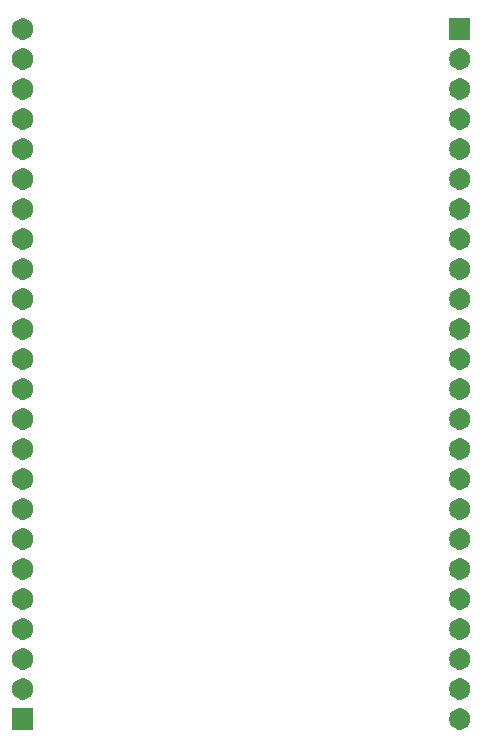
<source format=gbr>
G04 #@! TF.GenerationSoftware,KiCad,Pcbnew,(5.1.5)-3*
G04 #@! TF.CreationDate,2020-03-06T02:38:52-05:00*
G04 #@! TF.ProjectId,SingleBoard,53696e67-6c65-4426-9f61-72642e6b6963,rev?*
G04 #@! TF.SameCoordinates,Original*
G04 #@! TF.FileFunction,Soldermask,Bot*
G04 #@! TF.FilePolarity,Negative*
%FSLAX46Y46*%
G04 Gerber Fmt 4.6, Leading zero omitted, Abs format (unit mm)*
G04 Created by KiCad (PCBNEW (5.1.5)-3) date 2020-03-06 02:38:52*
%MOMM*%
%LPD*%
G04 APERTURE LIST*
%ADD10C,0.100000*%
G04 APERTURE END LIST*
D10*
G36*
X94901000Y-103321000D02*
G01*
X93099000Y-103321000D01*
X93099000Y-101519000D01*
X94901000Y-101519000D01*
X94901000Y-103321000D01*
G37*
G36*
X131113512Y-101523927D02*
G01*
X131262812Y-101553624D01*
X131426784Y-101621544D01*
X131574354Y-101720147D01*
X131699853Y-101845646D01*
X131798456Y-101993216D01*
X131866376Y-102157188D01*
X131901000Y-102331259D01*
X131901000Y-102508741D01*
X131866376Y-102682812D01*
X131798456Y-102846784D01*
X131699853Y-102994354D01*
X131574354Y-103119853D01*
X131426784Y-103218456D01*
X131262812Y-103286376D01*
X131113512Y-103316073D01*
X131088742Y-103321000D01*
X130911258Y-103321000D01*
X130886488Y-103316073D01*
X130737188Y-103286376D01*
X130573216Y-103218456D01*
X130425646Y-103119853D01*
X130300147Y-102994354D01*
X130201544Y-102846784D01*
X130133624Y-102682812D01*
X130099000Y-102508741D01*
X130099000Y-102331259D01*
X130133624Y-102157188D01*
X130201544Y-101993216D01*
X130300147Y-101845646D01*
X130425646Y-101720147D01*
X130573216Y-101621544D01*
X130737188Y-101553624D01*
X130886488Y-101523927D01*
X130911258Y-101519000D01*
X131088742Y-101519000D01*
X131113512Y-101523927D01*
G37*
G36*
X94113512Y-98983927D02*
G01*
X94262812Y-99013624D01*
X94426784Y-99081544D01*
X94574354Y-99180147D01*
X94699853Y-99305646D01*
X94798456Y-99453216D01*
X94866376Y-99617188D01*
X94901000Y-99791259D01*
X94901000Y-99968741D01*
X94866376Y-100142812D01*
X94798456Y-100306784D01*
X94699853Y-100454354D01*
X94574354Y-100579853D01*
X94426784Y-100678456D01*
X94262812Y-100746376D01*
X94113512Y-100776073D01*
X94088742Y-100781000D01*
X93911258Y-100781000D01*
X93886488Y-100776073D01*
X93737188Y-100746376D01*
X93573216Y-100678456D01*
X93425646Y-100579853D01*
X93300147Y-100454354D01*
X93201544Y-100306784D01*
X93133624Y-100142812D01*
X93099000Y-99968741D01*
X93099000Y-99791259D01*
X93133624Y-99617188D01*
X93201544Y-99453216D01*
X93300147Y-99305646D01*
X93425646Y-99180147D01*
X93573216Y-99081544D01*
X93737188Y-99013624D01*
X93886488Y-98983927D01*
X93911258Y-98979000D01*
X94088742Y-98979000D01*
X94113512Y-98983927D01*
G37*
G36*
X131113512Y-98983927D02*
G01*
X131262812Y-99013624D01*
X131426784Y-99081544D01*
X131574354Y-99180147D01*
X131699853Y-99305646D01*
X131798456Y-99453216D01*
X131866376Y-99617188D01*
X131901000Y-99791259D01*
X131901000Y-99968741D01*
X131866376Y-100142812D01*
X131798456Y-100306784D01*
X131699853Y-100454354D01*
X131574354Y-100579853D01*
X131426784Y-100678456D01*
X131262812Y-100746376D01*
X131113512Y-100776073D01*
X131088742Y-100781000D01*
X130911258Y-100781000D01*
X130886488Y-100776073D01*
X130737188Y-100746376D01*
X130573216Y-100678456D01*
X130425646Y-100579853D01*
X130300147Y-100454354D01*
X130201544Y-100306784D01*
X130133624Y-100142812D01*
X130099000Y-99968741D01*
X130099000Y-99791259D01*
X130133624Y-99617188D01*
X130201544Y-99453216D01*
X130300147Y-99305646D01*
X130425646Y-99180147D01*
X130573216Y-99081544D01*
X130737188Y-99013624D01*
X130886488Y-98983927D01*
X130911258Y-98979000D01*
X131088742Y-98979000D01*
X131113512Y-98983927D01*
G37*
G36*
X131113512Y-96443927D02*
G01*
X131262812Y-96473624D01*
X131426784Y-96541544D01*
X131574354Y-96640147D01*
X131699853Y-96765646D01*
X131798456Y-96913216D01*
X131866376Y-97077188D01*
X131901000Y-97251259D01*
X131901000Y-97428741D01*
X131866376Y-97602812D01*
X131798456Y-97766784D01*
X131699853Y-97914354D01*
X131574354Y-98039853D01*
X131426784Y-98138456D01*
X131262812Y-98206376D01*
X131113512Y-98236073D01*
X131088742Y-98241000D01*
X130911258Y-98241000D01*
X130886488Y-98236073D01*
X130737188Y-98206376D01*
X130573216Y-98138456D01*
X130425646Y-98039853D01*
X130300147Y-97914354D01*
X130201544Y-97766784D01*
X130133624Y-97602812D01*
X130099000Y-97428741D01*
X130099000Y-97251259D01*
X130133624Y-97077188D01*
X130201544Y-96913216D01*
X130300147Y-96765646D01*
X130425646Y-96640147D01*
X130573216Y-96541544D01*
X130737188Y-96473624D01*
X130886488Y-96443927D01*
X130911258Y-96439000D01*
X131088742Y-96439000D01*
X131113512Y-96443927D01*
G37*
G36*
X94113512Y-96443927D02*
G01*
X94262812Y-96473624D01*
X94426784Y-96541544D01*
X94574354Y-96640147D01*
X94699853Y-96765646D01*
X94798456Y-96913216D01*
X94866376Y-97077188D01*
X94901000Y-97251259D01*
X94901000Y-97428741D01*
X94866376Y-97602812D01*
X94798456Y-97766784D01*
X94699853Y-97914354D01*
X94574354Y-98039853D01*
X94426784Y-98138456D01*
X94262812Y-98206376D01*
X94113512Y-98236073D01*
X94088742Y-98241000D01*
X93911258Y-98241000D01*
X93886488Y-98236073D01*
X93737188Y-98206376D01*
X93573216Y-98138456D01*
X93425646Y-98039853D01*
X93300147Y-97914354D01*
X93201544Y-97766784D01*
X93133624Y-97602812D01*
X93099000Y-97428741D01*
X93099000Y-97251259D01*
X93133624Y-97077188D01*
X93201544Y-96913216D01*
X93300147Y-96765646D01*
X93425646Y-96640147D01*
X93573216Y-96541544D01*
X93737188Y-96473624D01*
X93886488Y-96443927D01*
X93911258Y-96439000D01*
X94088742Y-96439000D01*
X94113512Y-96443927D01*
G37*
G36*
X94113512Y-93903927D02*
G01*
X94262812Y-93933624D01*
X94426784Y-94001544D01*
X94574354Y-94100147D01*
X94699853Y-94225646D01*
X94798456Y-94373216D01*
X94866376Y-94537188D01*
X94901000Y-94711259D01*
X94901000Y-94888741D01*
X94866376Y-95062812D01*
X94798456Y-95226784D01*
X94699853Y-95374354D01*
X94574354Y-95499853D01*
X94426784Y-95598456D01*
X94262812Y-95666376D01*
X94113512Y-95696073D01*
X94088742Y-95701000D01*
X93911258Y-95701000D01*
X93886488Y-95696073D01*
X93737188Y-95666376D01*
X93573216Y-95598456D01*
X93425646Y-95499853D01*
X93300147Y-95374354D01*
X93201544Y-95226784D01*
X93133624Y-95062812D01*
X93099000Y-94888741D01*
X93099000Y-94711259D01*
X93133624Y-94537188D01*
X93201544Y-94373216D01*
X93300147Y-94225646D01*
X93425646Y-94100147D01*
X93573216Y-94001544D01*
X93737188Y-93933624D01*
X93886488Y-93903927D01*
X93911258Y-93899000D01*
X94088742Y-93899000D01*
X94113512Y-93903927D01*
G37*
G36*
X131113512Y-93903927D02*
G01*
X131262812Y-93933624D01*
X131426784Y-94001544D01*
X131574354Y-94100147D01*
X131699853Y-94225646D01*
X131798456Y-94373216D01*
X131866376Y-94537188D01*
X131901000Y-94711259D01*
X131901000Y-94888741D01*
X131866376Y-95062812D01*
X131798456Y-95226784D01*
X131699853Y-95374354D01*
X131574354Y-95499853D01*
X131426784Y-95598456D01*
X131262812Y-95666376D01*
X131113512Y-95696073D01*
X131088742Y-95701000D01*
X130911258Y-95701000D01*
X130886488Y-95696073D01*
X130737188Y-95666376D01*
X130573216Y-95598456D01*
X130425646Y-95499853D01*
X130300147Y-95374354D01*
X130201544Y-95226784D01*
X130133624Y-95062812D01*
X130099000Y-94888741D01*
X130099000Y-94711259D01*
X130133624Y-94537188D01*
X130201544Y-94373216D01*
X130300147Y-94225646D01*
X130425646Y-94100147D01*
X130573216Y-94001544D01*
X130737188Y-93933624D01*
X130886488Y-93903927D01*
X130911258Y-93899000D01*
X131088742Y-93899000D01*
X131113512Y-93903927D01*
G37*
G36*
X131113512Y-91363927D02*
G01*
X131262812Y-91393624D01*
X131426784Y-91461544D01*
X131574354Y-91560147D01*
X131699853Y-91685646D01*
X131798456Y-91833216D01*
X131866376Y-91997188D01*
X131901000Y-92171259D01*
X131901000Y-92348741D01*
X131866376Y-92522812D01*
X131798456Y-92686784D01*
X131699853Y-92834354D01*
X131574354Y-92959853D01*
X131426784Y-93058456D01*
X131262812Y-93126376D01*
X131113512Y-93156073D01*
X131088742Y-93161000D01*
X130911258Y-93161000D01*
X130886488Y-93156073D01*
X130737188Y-93126376D01*
X130573216Y-93058456D01*
X130425646Y-92959853D01*
X130300147Y-92834354D01*
X130201544Y-92686784D01*
X130133624Y-92522812D01*
X130099000Y-92348741D01*
X130099000Y-92171259D01*
X130133624Y-91997188D01*
X130201544Y-91833216D01*
X130300147Y-91685646D01*
X130425646Y-91560147D01*
X130573216Y-91461544D01*
X130737188Y-91393624D01*
X130886488Y-91363927D01*
X130911258Y-91359000D01*
X131088742Y-91359000D01*
X131113512Y-91363927D01*
G37*
G36*
X94113512Y-91363927D02*
G01*
X94262812Y-91393624D01*
X94426784Y-91461544D01*
X94574354Y-91560147D01*
X94699853Y-91685646D01*
X94798456Y-91833216D01*
X94866376Y-91997188D01*
X94901000Y-92171259D01*
X94901000Y-92348741D01*
X94866376Y-92522812D01*
X94798456Y-92686784D01*
X94699853Y-92834354D01*
X94574354Y-92959853D01*
X94426784Y-93058456D01*
X94262812Y-93126376D01*
X94113512Y-93156073D01*
X94088742Y-93161000D01*
X93911258Y-93161000D01*
X93886488Y-93156073D01*
X93737188Y-93126376D01*
X93573216Y-93058456D01*
X93425646Y-92959853D01*
X93300147Y-92834354D01*
X93201544Y-92686784D01*
X93133624Y-92522812D01*
X93099000Y-92348741D01*
X93099000Y-92171259D01*
X93133624Y-91997188D01*
X93201544Y-91833216D01*
X93300147Y-91685646D01*
X93425646Y-91560147D01*
X93573216Y-91461544D01*
X93737188Y-91393624D01*
X93886488Y-91363927D01*
X93911258Y-91359000D01*
X94088742Y-91359000D01*
X94113512Y-91363927D01*
G37*
G36*
X131113512Y-88823927D02*
G01*
X131262812Y-88853624D01*
X131426784Y-88921544D01*
X131574354Y-89020147D01*
X131699853Y-89145646D01*
X131798456Y-89293216D01*
X131866376Y-89457188D01*
X131901000Y-89631259D01*
X131901000Y-89808741D01*
X131866376Y-89982812D01*
X131798456Y-90146784D01*
X131699853Y-90294354D01*
X131574354Y-90419853D01*
X131426784Y-90518456D01*
X131262812Y-90586376D01*
X131113512Y-90616073D01*
X131088742Y-90621000D01*
X130911258Y-90621000D01*
X130886488Y-90616073D01*
X130737188Y-90586376D01*
X130573216Y-90518456D01*
X130425646Y-90419853D01*
X130300147Y-90294354D01*
X130201544Y-90146784D01*
X130133624Y-89982812D01*
X130099000Y-89808741D01*
X130099000Y-89631259D01*
X130133624Y-89457188D01*
X130201544Y-89293216D01*
X130300147Y-89145646D01*
X130425646Y-89020147D01*
X130573216Y-88921544D01*
X130737188Y-88853624D01*
X130886488Y-88823927D01*
X130911258Y-88819000D01*
X131088742Y-88819000D01*
X131113512Y-88823927D01*
G37*
G36*
X94113512Y-88823927D02*
G01*
X94262812Y-88853624D01*
X94426784Y-88921544D01*
X94574354Y-89020147D01*
X94699853Y-89145646D01*
X94798456Y-89293216D01*
X94866376Y-89457188D01*
X94901000Y-89631259D01*
X94901000Y-89808741D01*
X94866376Y-89982812D01*
X94798456Y-90146784D01*
X94699853Y-90294354D01*
X94574354Y-90419853D01*
X94426784Y-90518456D01*
X94262812Y-90586376D01*
X94113512Y-90616073D01*
X94088742Y-90621000D01*
X93911258Y-90621000D01*
X93886488Y-90616073D01*
X93737188Y-90586376D01*
X93573216Y-90518456D01*
X93425646Y-90419853D01*
X93300147Y-90294354D01*
X93201544Y-90146784D01*
X93133624Y-89982812D01*
X93099000Y-89808741D01*
X93099000Y-89631259D01*
X93133624Y-89457188D01*
X93201544Y-89293216D01*
X93300147Y-89145646D01*
X93425646Y-89020147D01*
X93573216Y-88921544D01*
X93737188Y-88853624D01*
X93886488Y-88823927D01*
X93911258Y-88819000D01*
X94088742Y-88819000D01*
X94113512Y-88823927D01*
G37*
G36*
X94113512Y-86283927D02*
G01*
X94262812Y-86313624D01*
X94426784Y-86381544D01*
X94574354Y-86480147D01*
X94699853Y-86605646D01*
X94798456Y-86753216D01*
X94866376Y-86917188D01*
X94901000Y-87091259D01*
X94901000Y-87268741D01*
X94866376Y-87442812D01*
X94798456Y-87606784D01*
X94699853Y-87754354D01*
X94574354Y-87879853D01*
X94426784Y-87978456D01*
X94262812Y-88046376D01*
X94113512Y-88076073D01*
X94088742Y-88081000D01*
X93911258Y-88081000D01*
X93886488Y-88076073D01*
X93737188Y-88046376D01*
X93573216Y-87978456D01*
X93425646Y-87879853D01*
X93300147Y-87754354D01*
X93201544Y-87606784D01*
X93133624Y-87442812D01*
X93099000Y-87268741D01*
X93099000Y-87091259D01*
X93133624Y-86917188D01*
X93201544Y-86753216D01*
X93300147Y-86605646D01*
X93425646Y-86480147D01*
X93573216Y-86381544D01*
X93737188Y-86313624D01*
X93886488Y-86283927D01*
X93911258Y-86279000D01*
X94088742Y-86279000D01*
X94113512Y-86283927D01*
G37*
G36*
X131113512Y-86283927D02*
G01*
X131262812Y-86313624D01*
X131426784Y-86381544D01*
X131574354Y-86480147D01*
X131699853Y-86605646D01*
X131798456Y-86753216D01*
X131866376Y-86917188D01*
X131901000Y-87091259D01*
X131901000Y-87268741D01*
X131866376Y-87442812D01*
X131798456Y-87606784D01*
X131699853Y-87754354D01*
X131574354Y-87879853D01*
X131426784Y-87978456D01*
X131262812Y-88046376D01*
X131113512Y-88076073D01*
X131088742Y-88081000D01*
X130911258Y-88081000D01*
X130886488Y-88076073D01*
X130737188Y-88046376D01*
X130573216Y-87978456D01*
X130425646Y-87879853D01*
X130300147Y-87754354D01*
X130201544Y-87606784D01*
X130133624Y-87442812D01*
X130099000Y-87268741D01*
X130099000Y-87091259D01*
X130133624Y-86917188D01*
X130201544Y-86753216D01*
X130300147Y-86605646D01*
X130425646Y-86480147D01*
X130573216Y-86381544D01*
X130737188Y-86313624D01*
X130886488Y-86283927D01*
X130911258Y-86279000D01*
X131088742Y-86279000D01*
X131113512Y-86283927D01*
G37*
G36*
X94113512Y-83743927D02*
G01*
X94262812Y-83773624D01*
X94426784Y-83841544D01*
X94574354Y-83940147D01*
X94699853Y-84065646D01*
X94798456Y-84213216D01*
X94866376Y-84377188D01*
X94901000Y-84551259D01*
X94901000Y-84728741D01*
X94866376Y-84902812D01*
X94798456Y-85066784D01*
X94699853Y-85214354D01*
X94574354Y-85339853D01*
X94426784Y-85438456D01*
X94262812Y-85506376D01*
X94113512Y-85536073D01*
X94088742Y-85541000D01*
X93911258Y-85541000D01*
X93886488Y-85536073D01*
X93737188Y-85506376D01*
X93573216Y-85438456D01*
X93425646Y-85339853D01*
X93300147Y-85214354D01*
X93201544Y-85066784D01*
X93133624Y-84902812D01*
X93099000Y-84728741D01*
X93099000Y-84551259D01*
X93133624Y-84377188D01*
X93201544Y-84213216D01*
X93300147Y-84065646D01*
X93425646Y-83940147D01*
X93573216Y-83841544D01*
X93737188Y-83773624D01*
X93886488Y-83743927D01*
X93911258Y-83739000D01*
X94088742Y-83739000D01*
X94113512Y-83743927D01*
G37*
G36*
X131113512Y-83743927D02*
G01*
X131262812Y-83773624D01*
X131426784Y-83841544D01*
X131574354Y-83940147D01*
X131699853Y-84065646D01*
X131798456Y-84213216D01*
X131866376Y-84377188D01*
X131901000Y-84551259D01*
X131901000Y-84728741D01*
X131866376Y-84902812D01*
X131798456Y-85066784D01*
X131699853Y-85214354D01*
X131574354Y-85339853D01*
X131426784Y-85438456D01*
X131262812Y-85506376D01*
X131113512Y-85536073D01*
X131088742Y-85541000D01*
X130911258Y-85541000D01*
X130886488Y-85536073D01*
X130737188Y-85506376D01*
X130573216Y-85438456D01*
X130425646Y-85339853D01*
X130300147Y-85214354D01*
X130201544Y-85066784D01*
X130133624Y-84902812D01*
X130099000Y-84728741D01*
X130099000Y-84551259D01*
X130133624Y-84377188D01*
X130201544Y-84213216D01*
X130300147Y-84065646D01*
X130425646Y-83940147D01*
X130573216Y-83841544D01*
X130737188Y-83773624D01*
X130886488Y-83743927D01*
X130911258Y-83739000D01*
X131088742Y-83739000D01*
X131113512Y-83743927D01*
G37*
G36*
X131113512Y-81203927D02*
G01*
X131262812Y-81233624D01*
X131426784Y-81301544D01*
X131574354Y-81400147D01*
X131699853Y-81525646D01*
X131798456Y-81673216D01*
X131866376Y-81837188D01*
X131901000Y-82011259D01*
X131901000Y-82188741D01*
X131866376Y-82362812D01*
X131798456Y-82526784D01*
X131699853Y-82674354D01*
X131574354Y-82799853D01*
X131426784Y-82898456D01*
X131262812Y-82966376D01*
X131113512Y-82996073D01*
X131088742Y-83001000D01*
X130911258Y-83001000D01*
X130886488Y-82996073D01*
X130737188Y-82966376D01*
X130573216Y-82898456D01*
X130425646Y-82799853D01*
X130300147Y-82674354D01*
X130201544Y-82526784D01*
X130133624Y-82362812D01*
X130099000Y-82188741D01*
X130099000Y-82011259D01*
X130133624Y-81837188D01*
X130201544Y-81673216D01*
X130300147Y-81525646D01*
X130425646Y-81400147D01*
X130573216Y-81301544D01*
X130737188Y-81233624D01*
X130886488Y-81203927D01*
X130911258Y-81199000D01*
X131088742Y-81199000D01*
X131113512Y-81203927D01*
G37*
G36*
X94113512Y-81203927D02*
G01*
X94262812Y-81233624D01*
X94426784Y-81301544D01*
X94574354Y-81400147D01*
X94699853Y-81525646D01*
X94798456Y-81673216D01*
X94866376Y-81837188D01*
X94901000Y-82011259D01*
X94901000Y-82188741D01*
X94866376Y-82362812D01*
X94798456Y-82526784D01*
X94699853Y-82674354D01*
X94574354Y-82799853D01*
X94426784Y-82898456D01*
X94262812Y-82966376D01*
X94113512Y-82996073D01*
X94088742Y-83001000D01*
X93911258Y-83001000D01*
X93886488Y-82996073D01*
X93737188Y-82966376D01*
X93573216Y-82898456D01*
X93425646Y-82799853D01*
X93300147Y-82674354D01*
X93201544Y-82526784D01*
X93133624Y-82362812D01*
X93099000Y-82188741D01*
X93099000Y-82011259D01*
X93133624Y-81837188D01*
X93201544Y-81673216D01*
X93300147Y-81525646D01*
X93425646Y-81400147D01*
X93573216Y-81301544D01*
X93737188Y-81233624D01*
X93886488Y-81203927D01*
X93911258Y-81199000D01*
X94088742Y-81199000D01*
X94113512Y-81203927D01*
G37*
G36*
X131113512Y-78663927D02*
G01*
X131262812Y-78693624D01*
X131426784Y-78761544D01*
X131574354Y-78860147D01*
X131699853Y-78985646D01*
X131798456Y-79133216D01*
X131866376Y-79297188D01*
X131901000Y-79471259D01*
X131901000Y-79648741D01*
X131866376Y-79822812D01*
X131798456Y-79986784D01*
X131699853Y-80134354D01*
X131574354Y-80259853D01*
X131426784Y-80358456D01*
X131262812Y-80426376D01*
X131113512Y-80456073D01*
X131088742Y-80461000D01*
X130911258Y-80461000D01*
X130886488Y-80456073D01*
X130737188Y-80426376D01*
X130573216Y-80358456D01*
X130425646Y-80259853D01*
X130300147Y-80134354D01*
X130201544Y-79986784D01*
X130133624Y-79822812D01*
X130099000Y-79648741D01*
X130099000Y-79471259D01*
X130133624Y-79297188D01*
X130201544Y-79133216D01*
X130300147Y-78985646D01*
X130425646Y-78860147D01*
X130573216Y-78761544D01*
X130737188Y-78693624D01*
X130886488Y-78663927D01*
X130911258Y-78659000D01*
X131088742Y-78659000D01*
X131113512Y-78663927D01*
G37*
G36*
X94113512Y-78663927D02*
G01*
X94262812Y-78693624D01*
X94426784Y-78761544D01*
X94574354Y-78860147D01*
X94699853Y-78985646D01*
X94798456Y-79133216D01*
X94866376Y-79297188D01*
X94901000Y-79471259D01*
X94901000Y-79648741D01*
X94866376Y-79822812D01*
X94798456Y-79986784D01*
X94699853Y-80134354D01*
X94574354Y-80259853D01*
X94426784Y-80358456D01*
X94262812Y-80426376D01*
X94113512Y-80456073D01*
X94088742Y-80461000D01*
X93911258Y-80461000D01*
X93886488Y-80456073D01*
X93737188Y-80426376D01*
X93573216Y-80358456D01*
X93425646Y-80259853D01*
X93300147Y-80134354D01*
X93201544Y-79986784D01*
X93133624Y-79822812D01*
X93099000Y-79648741D01*
X93099000Y-79471259D01*
X93133624Y-79297188D01*
X93201544Y-79133216D01*
X93300147Y-78985646D01*
X93425646Y-78860147D01*
X93573216Y-78761544D01*
X93737188Y-78693624D01*
X93886488Y-78663927D01*
X93911258Y-78659000D01*
X94088742Y-78659000D01*
X94113512Y-78663927D01*
G37*
G36*
X131113512Y-76123927D02*
G01*
X131262812Y-76153624D01*
X131426784Y-76221544D01*
X131574354Y-76320147D01*
X131699853Y-76445646D01*
X131798456Y-76593216D01*
X131866376Y-76757188D01*
X131901000Y-76931259D01*
X131901000Y-77108741D01*
X131866376Y-77282812D01*
X131798456Y-77446784D01*
X131699853Y-77594354D01*
X131574354Y-77719853D01*
X131426784Y-77818456D01*
X131262812Y-77886376D01*
X131113512Y-77916073D01*
X131088742Y-77921000D01*
X130911258Y-77921000D01*
X130886488Y-77916073D01*
X130737188Y-77886376D01*
X130573216Y-77818456D01*
X130425646Y-77719853D01*
X130300147Y-77594354D01*
X130201544Y-77446784D01*
X130133624Y-77282812D01*
X130099000Y-77108741D01*
X130099000Y-76931259D01*
X130133624Y-76757188D01*
X130201544Y-76593216D01*
X130300147Y-76445646D01*
X130425646Y-76320147D01*
X130573216Y-76221544D01*
X130737188Y-76153624D01*
X130886488Y-76123927D01*
X130911258Y-76119000D01*
X131088742Y-76119000D01*
X131113512Y-76123927D01*
G37*
G36*
X94113512Y-76123927D02*
G01*
X94262812Y-76153624D01*
X94426784Y-76221544D01*
X94574354Y-76320147D01*
X94699853Y-76445646D01*
X94798456Y-76593216D01*
X94866376Y-76757188D01*
X94901000Y-76931259D01*
X94901000Y-77108741D01*
X94866376Y-77282812D01*
X94798456Y-77446784D01*
X94699853Y-77594354D01*
X94574354Y-77719853D01*
X94426784Y-77818456D01*
X94262812Y-77886376D01*
X94113512Y-77916073D01*
X94088742Y-77921000D01*
X93911258Y-77921000D01*
X93886488Y-77916073D01*
X93737188Y-77886376D01*
X93573216Y-77818456D01*
X93425646Y-77719853D01*
X93300147Y-77594354D01*
X93201544Y-77446784D01*
X93133624Y-77282812D01*
X93099000Y-77108741D01*
X93099000Y-76931259D01*
X93133624Y-76757188D01*
X93201544Y-76593216D01*
X93300147Y-76445646D01*
X93425646Y-76320147D01*
X93573216Y-76221544D01*
X93737188Y-76153624D01*
X93886488Y-76123927D01*
X93911258Y-76119000D01*
X94088742Y-76119000D01*
X94113512Y-76123927D01*
G37*
G36*
X131113512Y-73583927D02*
G01*
X131262812Y-73613624D01*
X131426784Y-73681544D01*
X131574354Y-73780147D01*
X131699853Y-73905646D01*
X131798456Y-74053216D01*
X131866376Y-74217188D01*
X131901000Y-74391259D01*
X131901000Y-74568741D01*
X131866376Y-74742812D01*
X131798456Y-74906784D01*
X131699853Y-75054354D01*
X131574354Y-75179853D01*
X131426784Y-75278456D01*
X131262812Y-75346376D01*
X131113512Y-75376073D01*
X131088742Y-75381000D01*
X130911258Y-75381000D01*
X130886488Y-75376073D01*
X130737188Y-75346376D01*
X130573216Y-75278456D01*
X130425646Y-75179853D01*
X130300147Y-75054354D01*
X130201544Y-74906784D01*
X130133624Y-74742812D01*
X130099000Y-74568741D01*
X130099000Y-74391259D01*
X130133624Y-74217188D01*
X130201544Y-74053216D01*
X130300147Y-73905646D01*
X130425646Y-73780147D01*
X130573216Y-73681544D01*
X130737188Y-73613624D01*
X130886488Y-73583927D01*
X130911258Y-73579000D01*
X131088742Y-73579000D01*
X131113512Y-73583927D01*
G37*
G36*
X94113512Y-73583927D02*
G01*
X94262812Y-73613624D01*
X94426784Y-73681544D01*
X94574354Y-73780147D01*
X94699853Y-73905646D01*
X94798456Y-74053216D01*
X94866376Y-74217188D01*
X94901000Y-74391259D01*
X94901000Y-74568741D01*
X94866376Y-74742812D01*
X94798456Y-74906784D01*
X94699853Y-75054354D01*
X94574354Y-75179853D01*
X94426784Y-75278456D01*
X94262812Y-75346376D01*
X94113512Y-75376073D01*
X94088742Y-75381000D01*
X93911258Y-75381000D01*
X93886488Y-75376073D01*
X93737188Y-75346376D01*
X93573216Y-75278456D01*
X93425646Y-75179853D01*
X93300147Y-75054354D01*
X93201544Y-74906784D01*
X93133624Y-74742812D01*
X93099000Y-74568741D01*
X93099000Y-74391259D01*
X93133624Y-74217188D01*
X93201544Y-74053216D01*
X93300147Y-73905646D01*
X93425646Y-73780147D01*
X93573216Y-73681544D01*
X93737188Y-73613624D01*
X93886488Y-73583927D01*
X93911258Y-73579000D01*
X94088742Y-73579000D01*
X94113512Y-73583927D01*
G37*
G36*
X131113512Y-71043927D02*
G01*
X131262812Y-71073624D01*
X131426784Y-71141544D01*
X131574354Y-71240147D01*
X131699853Y-71365646D01*
X131798456Y-71513216D01*
X131866376Y-71677188D01*
X131901000Y-71851259D01*
X131901000Y-72028741D01*
X131866376Y-72202812D01*
X131798456Y-72366784D01*
X131699853Y-72514354D01*
X131574354Y-72639853D01*
X131426784Y-72738456D01*
X131262812Y-72806376D01*
X131113512Y-72836073D01*
X131088742Y-72841000D01*
X130911258Y-72841000D01*
X130886488Y-72836073D01*
X130737188Y-72806376D01*
X130573216Y-72738456D01*
X130425646Y-72639853D01*
X130300147Y-72514354D01*
X130201544Y-72366784D01*
X130133624Y-72202812D01*
X130099000Y-72028741D01*
X130099000Y-71851259D01*
X130133624Y-71677188D01*
X130201544Y-71513216D01*
X130300147Y-71365646D01*
X130425646Y-71240147D01*
X130573216Y-71141544D01*
X130737188Y-71073624D01*
X130886488Y-71043927D01*
X130911258Y-71039000D01*
X131088742Y-71039000D01*
X131113512Y-71043927D01*
G37*
G36*
X94113512Y-71043927D02*
G01*
X94262812Y-71073624D01*
X94426784Y-71141544D01*
X94574354Y-71240147D01*
X94699853Y-71365646D01*
X94798456Y-71513216D01*
X94866376Y-71677188D01*
X94901000Y-71851259D01*
X94901000Y-72028741D01*
X94866376Y-72202812D01*
X94798456Y-72366784D01*
X94699853Y-72514354D01*
X94574354Y-72639853D01*
X94426784Y-72738456D01*
X94262812Y-72806376D01*
X94113512Y-72836073D01*
X94088742Y-72841000D01*
X93911258Y-72841000D01*
X93886488Y-72836073D01*
X93737188Y-72806376D01*
X93573216Y-72738456D01*
X93425646Y-72639853D01*
X93300147Y-72514354D01*
X93201544Y-72366784D01*
X93133624Y-72202812D01*
X93099000Y-72028741D01*
X93099000Y-71851259D01*
X93133624Y-71677188D01*
X93201544Y-71513216D01*
X93300147Y-71365646D01*
X93425646Y-71240147D01*
X93573216Y-71141544D01*
X93737188Y-71073624D01*
X93886488Y-71043927D01*
X93911258Y-71039000D01*
X94088742Y-71039000D01*
X94113512Y-71043927D01*
G37*
G36*
X94113512Y-68503927D02*
G01*
X94262812Y-68533624D01*
X94426784Y-68601544D01*
X94574354Y-68700147D01*
X94699853Y-68825646D01*
X94798456Y-68973216D01*
X94866376Y-69137188D01*
X94901000Y-69311259D01*
X94901000Y-69488741D01*
X94866376Y-69662812D01*
X94798456Y-69826784D01*
X94699853Y-69974354D01*
X94574354Y-70099853D01*
X94426784Y-70198456D01*
X94262812Y-70266376D01*
X94113512Y-70296073D01*
X94088742Y-70301000D01*
X93911258Y-70301000D01*
X93886488Y-70296073D01*
X93737188Y-70266376D01*
X93573216Y-70198456D01*
X93425646Y-70099853D01*
X93300147Y-69974354D01*
X93201544Y-69826784D01*
X93133624Y-69662812D01*
X93099000Y-69488741D01*
X93099000Y-69311259D01*
X93133624Y-69137188D01*
X93201544Y-68973216D01*
X93300147Y-68825646D01*
X93425646Y-68700147D01*
X93573216Y-68601544D01*
X93737188Y-68533624D01*
X93886488Y-68503927D01*
X93911258Y-68499000D01*
X94088742Y-68499000D01*
X94113512Y-68503927D01*
G37*
G36*
X131113512Y-68503927D02*
G01*
X131262812Y-68533624D01*
X131426784Y-68601544D01*
X131574354Y-68700147D01*
X131699853Y-68825646D01*
X131798456Y-68973216D01*
X131866376Y-69137188D01*
X131901000Y-69311259D01*
X131901000Y-69488741D01*
X131866376Y-69662812D01*
X131798456Y-69826784D01*
X131699853Y-69974354D01*
X131574354Y-70099853D01*
X131426784Y-70198456D01*
X131262812Y-70266376D01*
X131113512Y-70296073D01*
X131088742Y-70301000D01*
X130911258Y-70301000D01*
X130886488Y-70296073D01*
X130737188Y-70266376D01*
X130573216Y-70198456D01*
X130425646Y-70099853D01*
X130300147Y-69974354D01*
X130201544Y-69826784D01*
X130133624Y-69662812D01*
X130099000Y-69488741D01*
X130099000Y-69311259D01*
X130133624Y-69137188D01*
X130201544Y-68973216D01*
X130300147Y-68825646D01*
X130425646Y-68700147D01*
X130573216Y-68601544D01*
X130737188Y-68533624D01*
X130886488Y-68503927D01*
X130911258Y-68499000D01*
X131088742Y-68499000D01*
X131113512Y-68503927D01*
G37*
G36*
X131113512Y-65963927D02*
G01*
X131262812Y-65993624D01*
X131426784Y-66061544D01*
X131574354Y-66160147D01*
X131699853Y-66285646D01*
X131798456Y-66433216D01*
X131866376Y-66597188D01*
X131901000Y-66771259D01*
X131901000Y-66948741D01*
X131866376Y-67122812D01*
X131798456Y-67286784D01*
X131699853Y-67434354D01*
X131574354Y-67559853D01*
X131426784Y-67658456D01*
X131262812Y-67726376D01*
X131113512Y-67756073D01*
X131088742Y-67761000D01*
X130911258Y-67761000D01*
X130886488Y-67756073D01*
X130737188Y-67726376D01*
X130573216Y-67658456D01*
X130425646Y-67559853D01*
X130300147Y-67434354D01*
X130201544Y-67286784D01*
X130133624Y-67122812D01*
X130099000Y-66948741D01*
X130099000Y-66771259D01*
X130133624Y-66597188D01*
X130201544Y-66433216D01*
X130300147Y-66285646D01*
X130425646Y-66160147D01*
X130573216Y-66061544D01*
X130737188Y-65993624D01*
X130886488Y-65963927D01*
X130911258Y-65959000D01*
X131088742Y-65959000D01*
X131113512Y-65963927D01*
G37*
G36*
X94113512Y-65963927D02*
G01*
X94262812Y-65993624D01*
X94426784Y-66061544D01*
X94574354Y-66160147D01*
X94699853Y-66285646D01*
X94798456Y-66433216D01*
X94866376Y-66597188D01*
X94901000Y-66771259D01*
X94901000Y-66948741D01*
X94866376Y-67122812D01*
X94798456Y-67286784D01*
X94699853Y-67434354D01*
X94574354Y-67559853D01*
X94426784Y-67658456D01*
X94262812Y-67726376D01*
X94113512Y-67756073D01*
X94088742Y-67761000D01*
X93911258Y-67761000D01*
X93886488Y-67756073D01*
X93737188Y-67726376D01*
X93573216Y-67658456D01*
X93425646Y-67559853D01*
X93300147Y-67434354D01*
X93201544Y-67286784D01*
X93133624Y-67122812D01*
X93099000Y-66948741D01*
X93099000Y-66771259D01*
X93133624Y-66597188D01*
X93201544Y-66433216D01*
X93300147Y-66285646D01*
X93425646Y-66160147D01*
X93573216Y-66061544D01*
X93737188Y-65993624D01*
X93886488Y-65963927D01*
X93911258Y-65959000D01*
X94088742Y-65959000D01*
X94113512Y-65963927D01*
G37*
G36*
X131113512Y-63423927D02*
G01*
X131262812Y-63453624D01*
X131426784Y-63521544D01*
X131574354Y-63620147D01*
X131699853Y-63745646D01*
X131798456Y-63893216D01*
X131866376Y-64057188D01*
X131901000Y-64231259D01*
X131901000Y-64408741D01*
X131866376Y-64582812D01*
X131798456Y-64746784D01*
X131699853Y-64894354D01*
X131574354Y-65019853D01*
X131426784Y-65118456D01*
X131262812Y-65186376D01*
X131113512Y-65216073D01*
X131088742Y-65221000D01*
X130911258Y-65221000D01*
X130886488Y-65216073D01*
X130737188Y-65186376D01*
X130573216Y-65118456D01*
X130425646Y-65019853D01*
X130300147Y-64894354D01*
X130201544Y-64746784D01*
X130133624Y-64582812D01*
X130099000Y-64408741D01*
X130099000Y-64231259D01*
X130133624Y-64057188D01*
X130201544Y-63893216D01*
X130300147Y-63745646D01*
X130425646Y-63620147D01*
X130573216Y-63521544D01*
X130737188Y-63453624D01*
X130886488Y-63423927D01*
X130911258Y-63419000D01*
X131088742Y-63419000D01*
X131113512Y-63423927D01*
G37*
G36*
X94113512Y-63423927D02*
G01*
X94262812Y-63453624D01*
X94426784Y-63521544D01*
X94574354Y-63620147D01*
X94699853Y-63745646D01*
X94798456Y-63893216D01*
X94866376Y-64057188D01*
X94901000Y-64231259D01*
X94901000Y-64408741D01*
X94866376Y-64582812D01*
X94798456Y-64746784D01*
X94699853Y-64894354D01*
X94574354Y-65019853D01*
X94426784Y-65118456D01*
X94262812Y-65186376D01*
X94113512Y-65216073D01*
X94088742Y-65221000D01*
X93911258Y-65221000D01*
X93886488Y-65216073D01*
X93737188Y-65186376D01*
X93573216Y-65118456D01*
X93425646Y-65019853D01*
X93300147Y-64894354D01*
X93201544Y-64746784D01*
X93133624Y-64582812D01*
X93099000Y-64408741D01*
X93099000Y-64231259D01*
X93133624Y-64057188D01*
X93201544Y-63893216D01*
X93300147Y-63745646D01*
X93425646Y-63620147D01*
X93573216Y-63521544D01*
X93737188Y-63453624D01*
X93886488Y-63423927D01*
X93911258Y-63419000D01*
X94088742Y-63419000D01*
X94113512Y-63423927D01*
G37*
G36*
X131113512Y-60883927D02*
G01*
X131262812Y-60913624D01*
X131426784Y-60981544D01*
X131574354Y-61080147D01*
X131699853Y-61205646D01*
X131798456Y-61353216D01*
X131866376Y-61517188D01*
X131901000Y-61691259D01*
X131901000Y-61868741D01*
X131866376Y-62042812D01*
X131798456Y-62206784D01*
X131699853Y-62354354D01*
X131574354Y-62479853D01*
X131426784Y-62578456D01*
X131262812Y-62646376D01*
X131113512Y-62676073D01*
X131088742Y-62681000D01*
X130911258Y-62681000D01*
X130886488Y-62676073D01*
X130737188Y-62646376D01*
X130573216Y-62578456D01*
X130425646Y-62479853D01*
X130300147Y-62354354D01*
X130201544Y-62206784D01*
X130133624Y-62042812D01*
X130099000Y-61868741D01*
X130099000Y-61691259D01*
X130133624Y-61517188D01*
X130201544Y-61353216D01*
X130300147Y-61205646D01*
X130425646Y-61080147D01*
X130573216Y-60981544D01*
X130737188Y-60913624D01*
X130886488Y-60883927D01*
X130911258Y-60879000D01*
X131088742Y-60879000D01*
X131113512Y-60883927D01*
G37*
G36*
X94113512Y-60883927D02*
G01*
X94262812Y-60913624D01*
X94426784Y-60981544D01*
X94574354Y-61080147D01*
X94699853Y-61205646D01*
X94798456Y-61353216D01*
X94866376Y-61517188D01*
X94901000Y-61691259D01*
X94901000Y-61868741D01*
X94866376Y-62042812D01*
X94798456Y-62206784D01*
X94699853Y-62354354D01*
X94574354Y-62479853D01*
X94426784Y-62578456D01*
X94262812Y-62646376D01*
X94113512Y-62676073D01*
X94088742Y-62681000D01*
X93911258Y-62681000D01*
X93886488Y-62676073D01*
X93737188Y-62646376D01*
X93573216Y-62578456D01*
X93425646Y-62479853D01*
X93300147Y-62354354D01*
X93201544Y-62206784D01*
X93133624Y-62042812D01*
X93099000Y-61868741D01*
X93099000Y-61691259D01*
X93133624Y-61517188D01*
X93201544Y-61353216D01*
X93300147Y-61205646D01*
X93425646Y-61080147D01*
X93573216Y-60981544D01*
X93737188Y-60913624D01*
X93886488Y-60883927D01*
X93911258Y-60879000D01*
X94088742Y-60879000D01*
X94113512Y-60883927D01*
G37*
G36*
X94113512Y-58343927D02*
G01*
X94262812Y-58373624D01*
X94426784Y-58441544D01*
X94574354Y-58540147D01*
X94699853Y-58665646D01*
X94798456Y-58813216D01*
X94866376Y-58977188D01*
X94901000Y-59151259D01*
X94901000Y-59328741D01*
X94866376Y-59502812D01*
X94798456Y-59666784D01*
X94699853Y-59814354D01*
X94574354Y-59939853D01*
X94426784Y-60038456D01*
X94262812Y-60106376D01*
X94113512Y-60136073D01*
X94088742Y-60141000D01*
X93911258Y-60141000D01*
X93886488Y-60136073D01*
X93737188Y-60106376D01*
X93573216Y-60038456D01*
X93425646Y-59939853D01*
X93300147Y-59814354D01*
X93201544Y-59666784D01*
X93133624Y-59502812D01*
X93099000Y-59328741D01*
X93099000Y-59151259D01*
X93133624Y-58977188D01*
X93201544Y-58813216D01*
X93300147Y-58665646D01*
X93425646Y-58540147D01*
X93573216Y-58441544D01*
X93737188Y-58373624D01*
X93886488Y-58343927D01*
X93911258Y-58339000D01*
X94088742Y-58339000D01*
X94113512Y-58343927D01*
G37*
G36*
X131113512Y-58343927D02*
G01*
X131262812Y-58373624D01*
X131426784Y-58441544D01*
X131574354Y-58540147D01*
X131699853Y-58665646D01*
X131798456Y-58813216D01*
X131866376Y-58977188D01*
X131901000Y-59151259D01*
X131901000Y-59328741D01*
X131866376Y-59502812D01*
X131798456Y-59666784D01*
X131699853Y-59814354D01*
X131574354Y-59939853D01*
X131426784Y-60038456D01*
X131262812Y-60106376D01*
X131113512Y-60136073D01*
X131088742Y-60141000D01*
X130911258Y-60141000D01*
X130886488Y-60136073D01*
X130737188Y-60106376D01*
X130573216Y-60038456D01*
X130425646Y-59939853D01*
X130300147Y-59814354D01*
X130201544Y-59666784D01*
X130133624Y-59502812D01*
X130099000Y-59328741D01*
X130099000Y-59151259D01*
X130133624Y-58977188D01*
X130201544Y-58813216D01*
X130300147Y-58665646D01*
X130425646Y-58540147D01*
X130573216Y-58441544D01*
X130737188Y-58373624D01*
X130886488Y-58343927D01*
X130911258Y-58339000D01*
X131088742Y-58339000D01*
X131113512Y-58343927D01*
G37*
G36*
X131113512Y-55803927D02*
G01*
X131262812Y-55833624D01*
X131426784Y-55901544D01*
X131574354Y-56000147D01*
X131699853Y-56125646D01*
X131798456Y-56273216D01*
X131866376Y-56437188D01*
X131901000Y-56611259D01*
X131901000Y-56788741D01*
X131866376Y-56962812D01*
X131798456Y-57126784D01*
X131699853Y-57274354D01*
X131574354Y-57399853D01*
X131426784Y-57498456D01*
X131262812Y-57566376D01*
X131113512Y-57596073D01*
X131088742Y-57601000D01*
X130911258Y-57601000D01*
X130886488Y-57596073D01*
X130737188Y-57566376D01*
X130573216Y-57498456D01*
X130425646Y-57399853D01*
X130300147Y-57274354D01*
X130201544Y-57126784D01*
X130133624Y-56962812D01*
X130099000Y-56788741D01*
X130099000Y-56611259D01*
X130133624Y-56437188D01*
X130201544Y-56273216D01*
X130300147Y-56125646D01*
X130425646Y-56000147D01*
X130573216Y-55901544D01*
X130737188Y-55833624D01*
X130886488Y-55803927D01*
X130911258Y-55799000D01*
X131088742Y-55799000D01*
X131113512Y-55803927D01*
G37*
G36*
X94113512Y-55803927D02*
G01*
X94262812Y-55833624D01*
X94426784Y-55901544D01*
X94574354Y-56000147D01*
X94699853Y-56125646D01*
X94798456Y-56273216D01*
X94866376Y-56437188D01*
X94901000Y-56611259D01*
X94901000Y-56788741D01*
X94866376Y-56962812D01*
X94798456Y-57126784D01*
X94699853Y-57274354D01*
X94574354Y-57399853D01*
X94426784Y-57498456D01*
X94262812Y-57566376D01*
X94113512Y-57596073D01*
X94088742Y-57601000D01*
X93911258Y-57601000D01*
X93886488Y-57596073D01*
X93737188Y-57566376D01*
X93573216Y-57498456D01*
X93425646Y-57399853D01*
X93300147Y-57274354D01*
X93201544Y-57126784D01*
X93133624Y-56962812D01*
X93099000Y-56788741D01*
X93099000Y-56611259D01*
X93133624Y-56437188D01*
X93201544Y-56273216D01*
X93300147Y-56125646D01*
X93425646Y-56000147D01*
X93573216Y-55901544D01*
X93737188Y-55833624D01*
X93886488Y-55803927D01*
X93911258Y-55799000D01*
X94088742Y-55799000D01*
X94113512Y-55803927D01*
G37*
G36*
X131113512Y-53263927D02*
G01*
X131262812Y-53293624D01*
X131426784Y-53361544D01*
X131574354Y-53460147D01*
X131699853Y-53585646D01*
X131798456Y-53733216D01*
X131866376Y-53897188D01*
X131901000Y-54071259D01*
X131901000Y-54248741D01*
X131866376Y-54422812D01*
X131798456Y-54586784D01*
X131699853Y-54734354D01*
X131574354Y-54859853D01*
X131426784Y-54958456D01*
X131262812Y-55026376D01*
X131113512Y-55056073D01*
X131088742Y-55061000D01*
X130911258Y-55061000D01*
X130886488Y-55056073D01*
X130737188Y-55026376D01*
X130573216Y-54958456D01*
X130425646Y-54859853D01*
X130300147Y-54734354D01*
X130201544Y-54586784D01*
X130133624Y-54422812D01*
X130099000Y-54248741D01*
X130099000Y-54071259D01*
X130133624Y-53897188D01*
X130201544Y-53733216D01*
X130300147Y-53585646D01*
X130425646Y-53460147D01*
X130573216Y-53361544D01*
X130737188Y-53293624D01*
X130886488Y-53263927D01*
X130911258Y-53259000D01*
X131088742Y-53259000D01*
X131113512Y-53263927D01*
G37*
G36*
X94113512Y-53263927D02*
G01*
X94262812Y-53293624D01*
X94426784Y-53361544D01*
X94574354Y-53460147D01*
X94699853Y-53585646D01*
X94798456Y-53733216D01*
X94866376Y-53897188D01*
X94901000Y-54071259D01*
X94901000Y-54248741D01*
X94866376Y-54422812D01*
X94798456Y-54586784D01*
X94699853Y-54734354D01*
X94574354Y-54859853D01*
X94426784Y-54958456D01*
X94262812Y-55026376D01*
X94113512Y-55056073D01*
X94088742Y-55061000D01*
X93911258Y-55061000D01*
X93886488Y-55056073D01*
X93737188Y-55026376D01*
X93573216Y-54958456D01*
X93425646Y-54859853D01*
X93300147Y-54734354D01*
X93201544Y-54586784D01*
X93133624Y-54422812D01*
X93099000Y-54248741D01*
X93099000Y-54071259D01*
X93133624Y-53897188D01*
X93201544Y-53733216D01*
X93300147Y-53585646D01*
X93425646Y-53460147D01*
X93573216Y-53361544D01*
X93737188Y-53293624D01*
X93886488Y-53263927D01*
X93911258Y-53259000D01*
X94088742Y-53259000D01*
X94113512Y-53263927D01*
G37*
G36*
X131113512Y-50723927D02*
G01*
X131262812Y-50753624D01*
X131426784Y-50821544D01*
X131574354Y-50920147D01*
X131699853Y-51045646D01*
X131798456Y-51193216D01*
X131866376Y-51357188D01*
X131901000Y-51531259D01*
X131901000Y-51708741D01*
X131866376Y-51882812D01*
X131798456Y-52046784D01*
X131699853Y-52194354D01*
X131574354Y-52319853D01*
X131426784Y-52418456D01*
X131262812Y-52486376D01*
X131113512Y-52516073D01*
X131088742Y-52521000D01*
X130911258Y-52521000D01*
X130886488Y-52516073D01*
X130737188Y-52486376D01*
X130573216Y-52418456D01*
X130425646Y-52319853D01*
X130300147Y-52194354D01*
X130201544Y-52046784D01*
X130133624Y-51882812D01*
X130099000Y-51708741D01*
X130099000Y-51531259D01*
X130133624Y-51357188D01*
X130201544Y-51193216D01*
X130300147Y-51045646D01*
X130425646Y-50920147D01*
X130573216Y-50821544D01*
X130737188Y-50753624D01*
X130886488Y-50723927D01*
X130911258Y-50719000D01*
X131088742Y-50719000D01*
X131113512Y-50723927D01*
G37*
G36*
X94113512Y-50723927D02*
G01*
X94262812Y-50753624D01*
X94426784Y-50821544D01*
X94574354Y-50920147D01*
X94699853Y-51045646D01*
X94798456Y-51193216D01*
X94866376Y-51357188D01*
X94901000Y-51531259D01*
X94901000Y-51708741D01*
X94866376Y-51882812D01*
X94798456Y-52046784D01*
X94699853Y-52194354D01*
X94574354Y-52319853D01*
X94426784Y-52418456D01*
X94262812Y-52486376D01*
X94113512Y-52516073D01*
X94088742Y-52521000D01*
X93911258Y-52521000D01*
X93886488Y-52516073D01*
X93737188Y-52486376D01*
X93573216Y-52418456D01*
X93425646Y-52319853D01*
X93300147Y-52194354D01*
X93201544Y-52046784D01*
X93133624Y-51882812D01*
X93099000Y-51708741D01*
X93099000Y-51531259D01*
X93133624Y-51357188D01*
X93201544Y-51193216D01*
X93300147Y-51045646D01*
X93425646Y-50920147D01*
X93573216Y-50821544D01*
X93737188Y-50753624D01*
X93886488Y-50723927D01*
X93911258Y-50719000D01*
X94088742Y-50719000D01*
X94113512Y-50723927D01*
G37*
G36*
X94113512Y-48183927D02*
G01*
X94262812Y-48213624D01*
X94426784Y-48281544D01*
X94574354Y-48380147D01*
X94699853Y-48505646D01*
X94798456Y-48653216D01*
X94866376Y-48817188D01*
X94901000Y-48991259D01*
X94901000Y-49168741D01*
X94866376Y-49342812D01*
X94798456Y-49506784D01*
X94699853Y-49654354D01*
X94574354Y-49779853D01*
X94426784Y-49878456D01*
X94262812Y-49946376D01*
X94113512Y-49976073D01*
X94088742Y-49981000D01*
X93911258Y-49981000D01*
X93886488Y-49976073D01*
X93737188Y-49946376D01*
X93573216Y-49878456D01*
X93425646Y-49779853D01*
X93300147Y-49654354D01*
X93201544Y-49506784D01*
X93133624Y-49342812D01*
X93099000Y-49168741D01*
X93099000Y-48991259D01*
X93133624Y-48817188D01*
X93201544Y-48653216D01*
X93300147Y-48505646D01*
X93425646Y-48380147D01*
X93573216Y-48281544D01*
X93737188Y-48213624D01*
X93886488Y-48183927D01*
X93911258Y-48179000D01*
X94088742Y-48179000D01*
X94113512Y-48183927D01*
G37*
G36*
X131113512Y-48183927D02*
G01*
X131262812Y-48213624D01*
X131426784Y-48281544D01*
X131574354Y-48380147D01*
X131699853Y-48505646D01*
X131798456Y-48653216D01*
X131866376Y-48817188D01*
X131901000Y-48991259D01*
X131901000Y-49168741D01*
X131866376Y-49342812D01*
X131798456Y-49506784D01*
X131699853Y-49654354D01*
X131574354Y-49779853D01*
X131426784Y-49878456D01*
X131262812Y-49946376D01*
X131113512Y-49976073D01*
X131088742Y-49981000D01*
X130911258Y-49981000D01*
X130886488Y-49976073D01*
X130737188Y-49946376D01*
X130573216Y-49878456D01*
X130425646Y-49779853D01*
X130300147Y-49654354D01*
X130201544Y-49506784D01*
X130133624Y-49342812D01*
X130099000Y-49168741D01*
X130099000Y-48991259D01*
X130133624Y-48817188D01*
X130201544Y-48653216D01*
X130300147Y-48505646D01*
X130425646Y-48380147D01*
X130573216Y-48281544D01*
X130737188Y-48213624D01*
X130886488Y-48183927D01*
X130911258Y-48179000D01*
X131088742Y-48179000D01*
X131113512Y-48183927D01*
G37*
G36*
X94113512Y-45643927D02*
G01*
X94262812Y-45673624D01*
X94426784Y-45741544D01*
X94574354Y-45840147D01*
X94699853Y-45965646D01*
X94798456Y-46113216D01*
X94866376Y-46277188D01*
X94901000Y-46451259D01*
X94901000Y-46628741D01*
X94866376Y-46802812D01*
X94798456Y-46966784D01*
X94699853Y-47114354D01*
X94574354Y-47239853D01*
X94426784Y-47338456D01*
X94262812Y-47406376D01*
X94113512Y-47436073D01*
X94088742Y-47441000D01*
X93911258Y-47441000D01*
X93886488Y-47436073D01*
X93737188Y-47406376D01*
X93573216Y-47338456D01*
X93425646Y-47239853D01*
X93300147Y-47114354D01*
X93201544Y-46966784D01*
X93133624Y-46802812D01*
X93099000Y-46628741D01*
X93099000Y-46451259D01*
X93133624Y-46277188D01*
X93201544Y-46113216D01*
X93300147Y-45965646D01*
X93425646Y-45840147D01*
X93573216Y-45741544D01*
X93737188Y-45673624D01*
X93886488Y-45643927D01*
X93911258Y-45639000D01*
X94088742Y-45639000D01*
X94113512Y-45643927D01*
G37*
G36*
X131113512Y-45643927D02*
G01*
X131262812Y-45673624D01*
X131426784Y-45741544D01*
X131574354Y-45840147D01*
X131699853Y-45965646D01*
X131798456Y-46113216D01*
X131866376Y-46277188D01*
X131901000Y-46451259D01*
X131901000Y-46628741D01*
X131866376Y-46802812D01*
X131798456Y-46966784D01*
X131699853Y-47114354D01*
X131574354Y-47239853D01*
X131426784Y-47338456D01*
X131262812Y-47406376D01*
X131113512Y-47436073D01*
X131088742Y-47441000D01*
X130911258Y-47441000D01*
X130886488Y-47436073D01*
X130737188Y-47406376D01*
X130573216Y-47338456D01*
X130425646Y-47239853D01*
X130300147Y-47114354D01*
X130201544Y-46966784D01*
X130133624Y-46802812D01*
X130099000Y-46628741D01*
X130099000Y-46451259D01*
X130133624Y-46277188D01*
X130201544Y-46113216D01*
X130300147Y-45965646D01*
X130425646Y-45840147D01*
X130573216Y-45741544D01*
X130737188Y-45673624D01*
X130886488Y-45643927D01*
X130911258Y-45639000D01*
X131088742Y-45639000D01*
X131113512Y-45643927D01*
G37*
G36*
X94113512Y-43103927D02*
G01*
X94262812Y-43133624D01*
X94426784Y-43201544D01*
X94574354Y-43300147D01*
X94699853Y-43425646D01*
X94798456Y-43573216D01*
X94866376Y-43737188D01*
X94901000Y-43911259D01*
X94901000Y-44088741D01*
X94866376Y-44262812D01*
X94798456Y-44426784D01*
X94699853Y-44574354D01*
X94574354Y-44699853D01*
X94426784Y-44798456D01*
X94262812Y-44866376D01*
X94113512Y-44896073D01*
X94088742Y-44901000D01*
X93911258Y-44901000D01*
X93886488Y-44896073D01*
X93737188Y-44866376D01*
X93573216Y-44798456D01*
X93425646Y-44699853D01*
X93300147Y-44574354D01*
X93201544Y-44426784D01*
X93133624Y-44262812D01*
X93099000Y-44088741D01*
X93099000Y-43911259D01*
X93133624Y-43737188D01*
X93201544Y-43573216D01*
X93300147Y-43425646D01*
X93425646Y-43300147D01*
X93573216Y-43201544D01*
X93737188Y-43133624D01*
X93886488Y-43103927D01*
X93911258Y-43099000D01*
X94088742Y-43099000D01*
X94113512Y-43103927D01*
G37*
G36*
X131901000Y-44901000D02*
G01*
X130099000Y-44901000D01*
X130099000Y-43099000D01*
X131901000Y-43099000D01*
X131901000Y-44901000D01*
G37*
M02*

</source>
